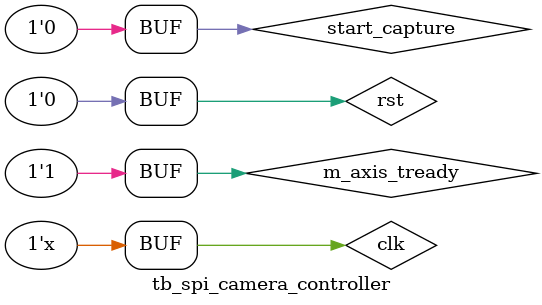
<source format=v>
`timescale 1ns / 1ps

module tb_spi_camera_controller;

    reg clk;
    reg rst;

    wire spi_cs;
    wire spi_sclk;
    wire spi_mosi;
    reg  spi_miso;

    wire [7:0] m_axis_tdata;
    wire       m_axis_tvalid;
    reg        m_axis_tready;
    wire       m_axis_tlast;
    
    reg start_capture = 1'h0;

    // Instantiate the Device Under Test
    spi_camera_controller uut (
        .clk(clk),
        .rst(rst),
        .start_capture(start_capture),
        .spi_cs_n(spi_cs),
        .spi_clk(spi_sclk),
        .spi_mosi(spi_mosi),
        .spi_miso(spi_miso),
        
        .m_axis_tdata(m_axis_tdata),
        .m_axis_tvalid(m_axis_tvalid),
        .m_axis_tready(m_axis_tready),
        .m_axis_tlast(m_axis_tlast)
    );

    // Clock generation
    initial clk = 0;
    always #5 clk = ~clk; // 100 MHz

    // Simulated SPI behavior (loopback for now)
    always @(posedge clk) begin
        if (spi_cs == 0 && spi_sclk == 1) begin
            spi_miso <= 1'b1; // simple dummy data for now
        end
    end

    // Test sequence
    initial begin
        rst = 1;
        m_axis_tready = 1;
        spi_miso = 0;

        #100;
        start_capture <= 1;
        rst = 0;
        
        #200;
        start_capture <= 0;

        // Run for some time
        #1000000;
    end
endmodule

</source>
